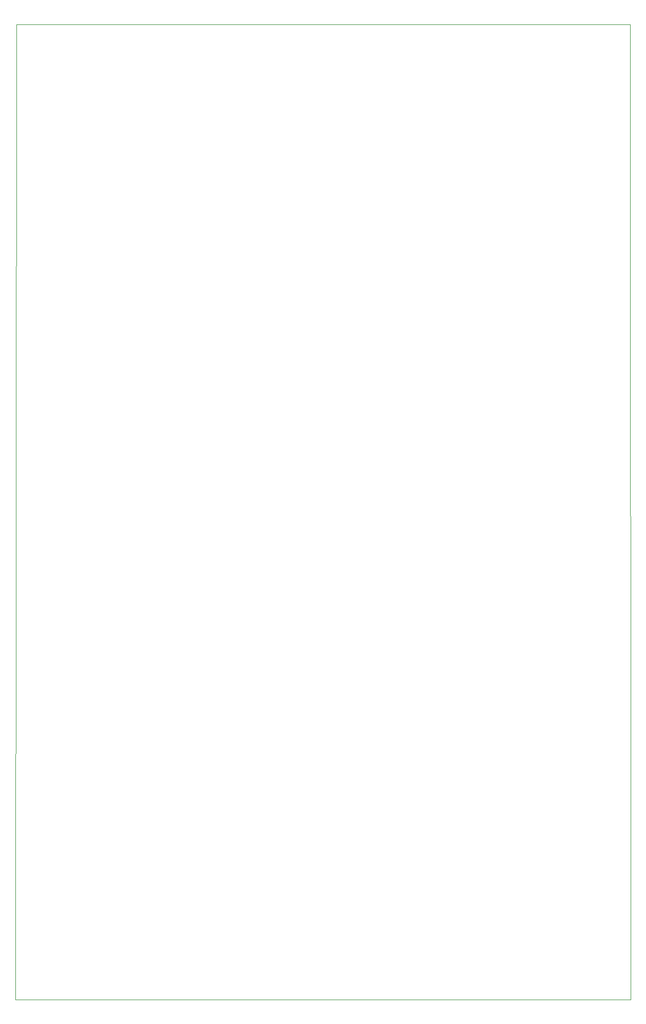
<source format=gbr>
%TF.GenerationSoftware,KiCad,Pcbnew,5.1.6-c6e7f7d~87~ubuntu18.04.1*%
%TF.CreationDate,2021-04-09T12:13:12+12:00*%
%TF.ProjectId,Volume Control 3 Mar18,566f6c75-6d65-4204-936f-6e74726f6c20,rev?*%
%TF.SameCoordinates,Original*%
%TF.FileFunction,Profile,NP*%
%FSLAX46Y46*%
G04 Gerber Fmt 4.6, Leading zero omitted, Abs format (unit mm)*
G04 Created by KiCad (PCBNEW 5.1.6-c6e7f7d~87~ubuntu18.04.1) date 2021-04-09 12:13:12*
%MOMM*%
%LPD*%
G01*
G04 APERTURE LIST*
%TA.AperFunction,Profile*%
%ADD10C,0.050000*%
%TD*%
G04 APERTURE END LIST*
D10*
X35560000Y-180340000D02*
X35687000Y-24765000D01*
X133858000Y-180340000D02*
X35560000Y-180340000D01*
X133731000Y-24765000D02*
X133858000Y-180340000D01*
X35687000Y-24765000D02*
X133731000Y-24765000D01*
M02*

</source>
